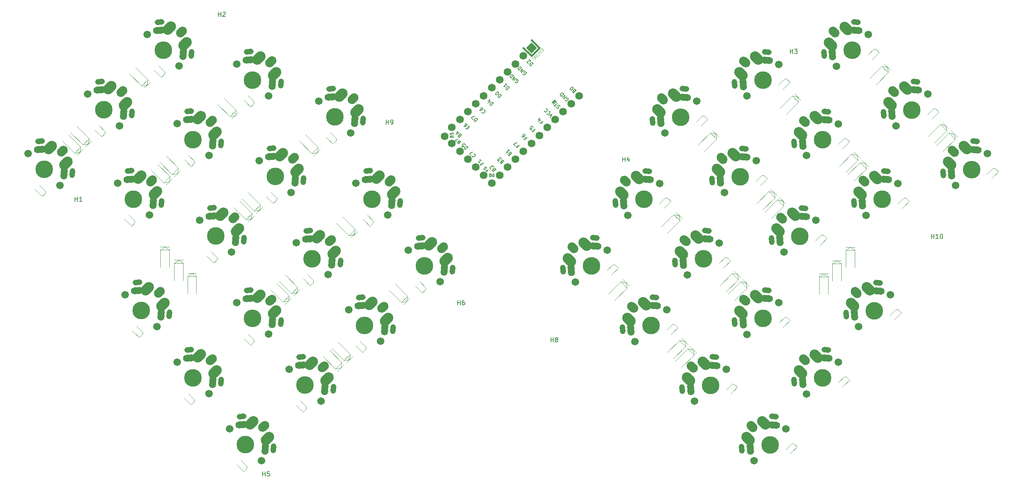
<source format=gbr>
G04 #@! TF.GenerationSoftware,KiCad,Pcbnew,(5.99.0-11349-g4025603a1f)*
G04 #@! TF.CreationDate,2022-06-14T13:32:38-04:00*
G04 #@! TF.ProjectId,eek,65656b2e-6b69-4636-9164-5f7063625858,rev?*
G04 #@! TF.SameCoordinates,Original*
G04 #@! TF.FileFunction,Legend,Top*
G04 #@! TF.FilePolarity,Positive*
%FSLAX46Y46*%
G04 Gerber Fmt 4.6, Leading zero omitted, Abs format (unit mm)*
G04 Created by KiCad (PCBNEW (5.99.0-11349-g4025603a1f)) date 2022-06-14 13:32:38*
%MOMM*%
%LPD*%
G01*
G04 APERTURE LIST*
G04 Aperture macros list*
%AMHorizOval*
0 Thick line with rounded ends*
0 $1 width*
0 $2 $3 position (X,Y) of the first rounded end (center of the circle)*
0 $4 $5 position (X,Y) of the second rounded end (center of the circle)*
0 Add line between two ends*
20,1,$1,$2,$3,$4,$5,0*
0 Add two circle primitives to create the rounded ends*
1,1,$1,$2,$3*
1,1,$1,$4,$5*%
%AMRotRect*
0 Rectangle, with rotation*
0 The origin of the aperture is its center*
0 $1 length*
0 $2 width*
0 $3 Rotation angle, in degrees counterclockwise*
0 Add horizontal line*
21,1,$1,$2,0,0,$3*%
G04 Aperture macros list end*
%ADD10C,0.150000*%
%ADD11C,0.100000*%
%ADD12C,0.120000*%
%ADD13C,0.381000*%
%ADD14HorizOval,2.000000X0.176777X-0.176777X-0.176777X0.176777X0*%
%ADD15HorizOval,1.550000X0.622622X-0.054472X-0.622622X0.054472X0*%
%ADD16HorizOval,2.300000X-0.366635X0.366635X0.366635X-0.366635X0*%
%ADD17HorizOval,1.250000X-0.041399X0.473192X0.041399X-0.473192X0*%
%ADD18HorizOval,1.250000X0.473192X-0.041399X-0.473192X0.041399X0*%
%ADD19HorizOval,1.550000X-0.054472X0.622622X0.054472X-0.622622X0*%
%ADD20C,3.987800*%
%ADD21C,1.701800*%
%ADD22HorizOval,2.000000X-0.176777X-0.176777X0.176777X0.176777X0*%
%ADD23HorizOval,1.550000X-0.054472X-0.622622X0.054472X0.622622X0*%
%ADD24HorizOval,2.300000X-0.366635X-0.366635X0.366635X0.366635X0*%
%ADD25HorizOval,1.250000X-0.041399X-0.473192X0.041399X0.473192X0*%
%ADD26HorizOval,1.550000X0.622622X0.054472X-0.622622X-0.054472X0*%
%ADD27HorizOval,1.250000X0.473192X0.041399X-0.473192X-0.041399X0*%
%ADD28RotRect,1.752600X1.752600X225.000000*%
%ADD29C,1.752600*%
G04 APERTURE END LIST*
D10*
X77038095Y-41052380D02*
X77038095Y-40052380D01*
X77038095Y-40528571D02*
X77609523Y-40528571D01*
X77609523Y-41052380D02*
X77609523Y-40052380D01*
X78038095Y-40147619D02*
X78085714Y-40100000D01*
X78180952Y-40052380D01*
X78419047Y-40052380D01*
X78514285Y-40100000D01*
X78561904Y-40147619D01*
X78609523Y-40242857D01*
X78609523Y-40338095D01*
X78561904Y-40480952D01*
X77990476Y-41052380D01*
X78609523Y-41052380D01*
X206288095Y-49452380D02*
X206288095Y-48452380D01*
X206288095Y-48928571D02*
X206859523Y-48928571D01*
X206859523Y-49452380D02*
X206859523Y-48452380D01*
X207240476Y-48452380D02*
X207859523Y-48452380D01*
X207526190Y-48833333D01*
X207669047Y-48833333D01*
X207764285Y-48880952D01*
X207811904Y-48928571D01*
X207859523Y-49023809D01*
X207859523Y-49261904D01*
X207811904Y-49357142D01*
X207764285Y-49404761D01*
X207669047Y-49452380D01*
X207383333Y-49452380D01*
X207288095Y-49404761D01*
X207240476Y-49357142D01*
X168388095Y-73852380D02*
X168388095Y-72852380D01*
X168388095Y-73328571D02*
X168959523Y-73328571D01*
X168959523Y-73852380D02*
X168959523Y-72852380D01*
X169864285Y-73185714D02*
X169864285Y-73852380D01*
X169626190Y-72804761D02*
X169388095Y-73519047D01*
X170007142Y-73519047D01*
X131138095Y-106252380D02*
X131138095Y-105252380D01*
X131138095Y-105728571D02*
X131709523Y-105728571D01*
X131709523Y-106252380D02*
X131709523Y-105252380D01*
X132614285Y-105252380D02*
X132423809Y-105252380D01*
X132328571Y-105300000D01*
X132280952Y-105347619D01*
X132185714Y-105490476D01*
X132138095Y-105680952D01*
X132138095Y-106061904D01*
X132185714Y-106157142D01*
X132233333Y-106204761D01*
X132328571Y-106252380D01*
X132519047Y-106252380D01*
X132614285Y-106204761D01*
X132661904Y-106157142D01*
X132709523Y-106061904D01*
X132709523Y-105823809D01*
X132661904Y-105728571D01*
X132614285Y-105680952D01*
X132519047Y-105633333D01*
X132328571Y-105633333D01*
X132233333Y-105680952D01*
X132185714Y-105728571D01*
X132138095Y-105823809D01*
X152188095Y-114652380D02*
X152188095Y-113652380D01*
X152188095Y-114128571D02*
X152759523Y-114128571D01*
X152759523Y-114652380D02*
X152759523Y-113652380D01*
X153378571Y-114080952D02*
X153283333Y-114033333D01*
X153235714Y-113985714D01*
X153188095Y-113890476D01*
X153188095Y-113842857D01*
X153235714Y-113747619D01*
X153283333Y-113700000D01*
X153378571Y-113652380D01*
X153569047Y-113652380D01*
X153664285Y-113700000D01*
X153711904Y-113747619D01*
X153759523Y-113842857D01*
X153759523Y-113890476D01*
X153711904Y-113985714D01*
X153664285Y-114033333D01*
X153569047Y-114080952D01*
X153378571Y-114080952D01*
X153283333Y-114128571D01*
X153235714Y-114176190D01*
X153188095Y-114271428D01*
X153188095Y-114461904D01*
X153235714Y-114557142D01*
X153283333Y-114604761D01*
X153378571Y-114652380D01*
X153569047Y-114652380D01*
X153664285Y-114604761D01*
X153711904Y-114557142D01*
X153759523Y-114461904D01*
X153759523Y-114271428D01*
X153711904Y-114176190D01*
X153664285Y-114128571D01*
X153569047Y-114080952D01*
X114938095Y-65452380D02*
X114938095Y-64452380D01*
X114938095Y-64928571D02*
X115509523Y-64928571D01*
X115509523Y-65452380D02*
X115509523Y-64452380D01*
X116033333Y-65452380D02*
X116223809Y-65452380D01*
X116319047Y-65404761D01*
X116366666Y-65357142D01*
X116461904Y-65214285D01*
X116509523Y-65023809D01*
X116509523Y-64642857D01*
X116461904Y-64547619D01*
X116414285Y-64500000D01*
X116319047Y-64452380D01*
X116128571Y-64452380D01*
X116033333Y-64500000D01*
X115985714Y-64547619D01*
X115938095Y-64642857D01*
X115938095Y-64880952D01*
X115985714Y-64976190D01*
X116033333Y-65023809D01*
X116128571Y-65071428D01*
X116319047Y-65071428D01*
X116414285Y-65023809D01*
X116461904Y-64976190D01*
X116509523Y-64880952D01*
X238211904Y-91252380D02*
X238211904Y-90252380D01*
X238211904Y-90728571D02*
X238783333Y-90728571D01*
X238783333Y-91252380D02*
X238783333Y-90252380D01*
X239783333Y-91252380D02*
X239211904Y-91252380D01*
X239497619Y-91252380D02*
X239497619Y-90252380D01*
X239402380Y-90395238D01*
X239307142Y-90490476D01*
X239211904Y-90538095D01*
X240402380Y-90252380D02*
X240497619Y-90252380D01*
X240592857Y-90300000D01*
X240640476Y-90347619D01*
X240688095Y-90442857D01*
X240735714Y-90633333D01*
X240735714Y-90871428D01*
X240688095Y-91061904D01*
X240640476Y-91157142D01*
X240592857Y-91204761D01*
X240497619Y-91252380D01*
X240402380Y-91252380D01*
X240307142Y-91204761D01*
X240259523Y-91157142D01*
X240211904Y-91061904D01*
X240164285Y-90871428D01*
X240164285Y-90633333D01*
X240211904Y-90442857D01*
X240259523Y-90347619D01*
X240307142Y-90300000D01*
X240402380Y-90252380D01*
X44638095Y-82852380D02*
X44638095Y-81852380D01*
X44638095Y-82328571D02*
X45209523Y-82328571D01*
X45209523Y-82852380D02*
X45209523Y-81852380D01*
X46209523Y-82852380D02*
X45638095Y-82852380D01*
X45923809Y-82852380D02*
X45923809Y-81852380D01*
X45828571Y-81995238D01*
X45733333Y-82090476D01*
X45638095Y-82138095D01*
X142795955Y-57064360D02*
X142230269Y-57630045D01*
X142095582Y-57495358D01*
X142041707Y-57387609D01*
X142041707Y-57279859D01*
X142068645Y-57199047D01*
X142149457Y-57064360D01*
X142230269Y-56983548D01*
X142364956Y-56902735D01*
X142445768Y-56875798D01*
X142553518Y-56875798D01*
X142661268Y-56929673D01*
X142795955Y-57064360D01*
X141933958Y-56202363D02*
X142257207Y-56525612D01*
X142095582Y-56363987D02*
X141529897Y-56929673D01*
X141664584Y-56902736D01*
X141772333Y-56902736D01*
X141853145Y-56929673D01*
X154257365Y-61353014D02*
X154203490Y-61245265D01*
X154068803Y-61110578D01*
X153987991Y-61083640D01*
X153934116Y-61083640D01*
X153853304Y-61110578D01*
X153799429Y-61164452D01*
X153772492Y-61245265D01*
X153772492Y-61299139D01*
X153799429Y-61379952D01*
X153880241Y-61514639D01*
X153907179Y-61595451D01*
X153907179Y-61649326D01*
X153880241Y-61730138D01*
X153826367Y-61784013D01*
X153745554Y-61810950D01*
X153691680Y-61810950D01*
X153610867Y-61784013D01*
X153476180Y-61649326D01*
X153422306Y-61541576D01*
X153233744Y-61406889D02*
X152910495Y-61083640D01*
X153637805Y-60679579D02*
X153072119Y-61245265D01*
X134818140Y-72118697D02*
X134872015Y-72118697D01*
X134979764Y-72172572D01*
X135033639Y-72226447D01*
X135087514Y-72334196D01*
X135087514Y-72441946D01*
X135060577Y-72522758D01*
X134979764Y-72657445D01*
X134898952Y-72738257D01*
X134764265Y-72819069D01*
X134683453Y-72846007D01*
X134575703Y-72846007D01*
X134467954Y-72792132D01*
X134414079Y-72738257D01*
X134360204Y-72630508D01*
X134360204Y-72576633D01*
X134117767Y-72441946D02*
X133740644Y-72064822D01*
X134548766Y-71741573D01*
X131363418Y-69421590D02*
X131316278Y-69327309D01*
X131316278Y-69280168D01*
X131339848Y-69209458D01*
X131410559Y-69138747D01*
X131481269Y-69115177D01*
X131528410Y-69115177D01*
X131599120Y-69138747D01*
X131787682Y-69327309D01*
X131292707Y-69822284D01*
X131127716Y-69657292D01*
X131104146Y-69586581D01*
X131104146Y-69539441D01*
X131127716Y-69468730D01*
X131174856Y-69421590D01*
X131245567Y-69398020D01*
X131292707Y-69398020D01*
X131363418Y-69421590D01*
X131528410Y-69586581D01*
X130844873Y-69374449D02*
X130514890Y-69044466D01*
X131221997Y-68761623D01*
X141053845Y-73875386D02*
X140999971Y-73767636D01*
X140999971Y-73713761D01*
X141026908Y-73632949D01*
X141107720Y-73552137D01*
X141188532Y-73525199D01*
X141242407Y-73525199D01*
X141323219Y-73552137D01*
X141538719Y-73767636D01*
X140973033Y-74333321D01*
X140784471Y-74144760D01*
X140757534Y-74063947D01*
X140757534Y-74010073D01*
X140784471Y-73929260D01*
X140838346Y-73875386D01*
X140919158Y-73848448D01*
X140973033Y-73848448D01*
X141053845Y-73875386D01*
X141242407Y-74063947D01*
X140461222Y-73821511D02*
X140111036Y-73471324D01*
X140515097Y-73444387D01*
X140434285Y-73363575D01*
X140407348Y-73282763D01*
X140407348Y-73228888D01*
X140434285Y-73148076D01*
X140568972Y-73013389D01*
X140649784Y-72986451D01*
X140703659Y-72986451D01*
X140784471Y-73013389D01*
X140946096Y-73175013D01*
X140973033Y-73255825D01*
X140973033Y-73309700D01*
X133399213Y-70592020D02*
X132833527Y-71157705D01*
X132698840Y-71023018D01*
X132644965Y-70915269D01*
X132644965Y-70807519D01*
X132671903Y-70726707D01*
X132752715Y-70592020D01*
X132833527Y-70511208D01*
X132968214Y-70430396D01*
X133049026Y-70403458D01*
X133156776Y-70403458D01*
X133264526Y-70457333D01*
X133399213Y-70592020D01*
X131998468Y-70322646D02*
X132267842Y-70592020D01*
X132564153Y-70349583D01*
X132510278Y-70349583D01*
X132429466Y-70322646D01*
X132294779Y-70187959D01*
X132267842Y-70107147D01*
X132267842Y-70053272D01*
X132294779Y-69972460D01*
X132429466Y-69837773D01*
X132510278Y-69810835D01*
X132564153Y-69810835D01*
X132644965Y-69837773D01*
X132779652Y-69972460D01*
X132806590Y-70053272D01*
X132806590Y-70107147D01*
X139257794Y-75671438D02*
X139203920Y-75563688D01*
X139203920Y-75509813D01*
X139230857Y-75429001D01*
X139311669Y-75348189D01*
X139392481Y-75321251D01*
X139446356Y-75321251D01*
X139527168Y-75348189D01*
X139742668Y-75563688D01*
X139176982Y-76129373D01*
X138988420Y-75940812D01*
X138961483Y-75859999D01*
X138961483Y-75806125D01*
X138988420Y-75725312D01*
X139042295Y-75671438D01*
X139123107Y-75644500D01*
X139176982Y-75644500D01*
X139257794Y-75671438D01*
X139446356Y-75859999D01*
X138692109Y-75536751D02*
X138638234Y-75536751D01*
X138557422Y-75509813D01*
X138422735Y-75375126D01*
X138395797Y-75294314D01*
X138395797Y-75240439D01*
X138422735Y-75159627D01*
X138476610Y-75105752D01*
X138584359Y-75051877D01*
X139230857Y-75051877D01*
X138880671Y-74701691D01*
X157388561Y-57869375D02*
X157334687Y-57761625D01*
X157334687Y-57707750D01*
X157361624Y-57626938D01*
X157442436Y-57546126D01*
X157523248Y-57519188D01*
X157577123Y-57519188D01*
X157657935Y-57546126D01*
X157873435Y-57761625D01*
X157307749Y-58327310D01*
X157119187Y-58138749D01*
X157092250Y-58057936D01*
X157092250Y-58004062D01*
X157119187Y-57923249D01*
X157173062Y-57869375D01*
X157253874Y-57842437D01*
X157307749Y-57842437D01*
X157388561Y-57869375D01*
X157577123Y-58057936D01*
X156634314Y-57653875D02*
X156580439Y-57600001D01*
X156553502Y-57519188D01*
X156553502Y-57465313D01*
X156580439Y-57384501D01*
X156661251Y-57249814D01*
X156795938Y-57115127D01*
X156930625Y-57034315D01*
X157011438Y-57007378D01*
X157065312Y-57007378D01*
X157146125Y-57034315D01*
X157200000Y-57088190D01*
X157226937Y-57169002D01*
X157226937Y-57222877D01*
X157200000Y-57303689D01*
X157119187Y-57438376D01*
X156984500Y-57573063D01*
X156849813Y-57653875D01*
X156769001Y-57680813D01*
X156715126Y-57680813D01*
X156634314Y-57653875D01*
X144605541Y-70242877D02*
X144794103Y-70431439D01*
X145090414Y-70135128D02*
X144524729Y-70700813D01*
X144255355Y-70431439D01*
X144093731Y-70269815D02*
X143716607Y-69892691D01*
X144524729Y-69569442D01*
X131534773Y-67948417D02*
X131480899Y-67840667D01*
X131480899Y-67786792D01*
X131507836Y-67705980D01*
X131588648Y-67625168D01*
X131669460Y-67598230D01*
X131723335Y-67598230D01*
X131804147Y-67625168D01*
X132019647Y-67840667D01*
X131453961Y-68406352D01*
X131265399Y-68217791D01*
X131238462Y-68136978D01*
X131238462Y-68083104D01*
X131265399Y-68002291D01*
X131319274Y-67948417D01*
X131400086Y-67921479D01*
X131453961Y-67921479D01*
X131534773Y-67948417D01*
X131723335Y-68136978D01*
X130834401Y-67409668D02*
X131211524Y-67032545D01*
X130753589Y-67759855D02*
X131292337Y-67490481D01*
X130942150Y-67140294D01*
X148197644Y-66650775D02*
X148386206Y-66839337D01*
X148682517Y-66543026D02*
X148116832Y-67108711D01*
X147847458Y-66839337D01*
X147362585Y-66354464D02*
X147631959Y-66623838D01*
X147928270Y-66381401D01*
X147874395Y-66381401D01*
X147793583Y-66354464D01*
X147658896Y-66219777D01*
X147631959Y-66138965D01*
X147631959Y-66085090D01*
X147658896Y-66004278D01*
X147793583Y-65869591D01*
X147874395Y-65842653D01*
X147928270Y-65842653D01*
X148009082Y-65869591D01*
X148143769Y-66004278D01*
X148170707Y-66085090D01*
X148170707Y-66138965D01*
X135611750Y-64248565D02*
X135046064Y-64814250D01*
X134911377Y-64679563D01*
X134857502Y-64571814D01*
X134857502Y-64464064D01*
X134884440Y-64383252D01*
X134965252Y-64248565D01*
X135046064Y-64167753D01*
X135180751Y-64086940D01*
X135261563Y-64060003D01*
X135369313Y-64060003D01*
X135477063Y-64113878D01*
X135611750Y-64248565D01*
X134534253Y-64302440D02*
X134157130Y-63925316D01*
X134965252Y-63602067D01*
X144066726Y-55820526D02*
X144093664Y-55901338D01*
X144174476Y-55982150D01*
X144282225Y-56036025D01*
X144389975Y-56036025D01*
X144470787Y-56009087D01*
X144605474Y-55928275D01*
X144686286Y-55847463D01*
X144767099Y-55712776D01*
X144794036Y-55631964D01*
X144794036Y-55524214D01*
X144740161Y-55416465D01*
X144686286Y-55362590D01*
X144578537Y-55308715D01*
X144524662Y-55308715D01*
X144336100Y-55497277D01*
X144443850Y-55605026D01*
X144336100Y-55012404D02*
X143770415Y-55578089D01*
X144012851Y-54689155D01*
X143447166Y-55254840D01*
X143743477Y-54419781D02*
X143177792Y-54985466D01*
X143043105Y-54850779D01*
X142989230Y-54743030D01*
X142989230Y-54635280D01*
X143016168Y-54554468D01*
X143096980Y-54419781D01*
X143177792Y-54338969D01*
X143312479Y-54258156D01*
X143393291Y-54231219D01*
X143501041Y-54231219D01*
X143608790Y-54285094D01*
X143743477Y-54419781D01*
X142849896Y-72079335D02*
X142796022Y-71971585D01*
X142796022Y-71917710D01*
X142822959Y-71836898D01*
X142903771Y-71756086D01*
X142984583Y-71729148D01*
X143038458Y-71729148D01*
X143119270Y-71756086D01*
X143334770Y-71971585D01*
X142769084Y-72537270D01*
X142580522Y-72348709D01*
X142553585Y-72267896D01*
X142553585Y-72214022D01*
X142580522Y-72133209D01*
X142634397Y-72079335D01*
X142715209Y-72052397D01*
X142769084Y-72052397D01*
X142849896Y-72079335D01*
X143038458Y-72267896D01*
X142472773Y-71109588D02*
X142796022Y-71432837D01*
X142634397Y-71271212D02*
X142068712Y-71836898D01*
X142203399Y-71809961D01*
X142311148Y-71809961D01*
X142391960Y-71836898D01*
X149993695Y-64854723D02*
X150182257Y-65043285D01*
X150478568Y-64746974D02*
X149912883Y-65312659D01*
X149643509Y-65043285D01*
X149374135Y-64396788D02*
X149751259Y-64019664D01*
X149293323Y-64746974D02*
X149832071Y-64477600D01*
X149481885Y-64127414D01*
X155381849Y-59951444D02*
X155408787Y-60032256D01*
X155489599Y-60113068D01*
X155597348Y-60166943D01*
X155705098Y-60166943D01*
X155785910Y-60140005D01*
X155920597Y-60059193D01*
X156001409Y-59978381D01*
X156082222Y-59843694D01*
X156109159Y-59762882D01*
X156109159Y-59655132D01*
X156055284Y-59547383D01*
X156001409Y-59493508D01*
X155893660Y-59439633D01*
X155839785Y-59439633D01*
X155651223Y-59628195D01*
X155758973Y-59735944D01*
X155651223Y-59143322D02*
X155085538Y-59709007D01*
X155327974Y-58820073D01*
X154762289Y-59385758D01*
X155058600Y-58550699D02*
X154492915Y-59116384D01*
X154358228Y-58981697D01*
X154304353Y-58873948D01*
X154304353Y-58766198D01*
X154331291Y-58685386D01*
X154412103Y-58550699D01*
X154492915Y-58469887D01*
X154627602Y-58389074D01*
X154708414Y-58362137D01*
X154816164Y-58362137D01*
X154923913Y-58416012D01*
X155058600Y-58550699D01*
X129734213Y-68196429D02*
X129767546Y-68096429D01*
X129800879Y-68063096D01*
X129867546Y-68029762D01*
X129967546Y-68029762D01*
X130034213Y-68063096D01*
X130067546Y-68096429D01*
X130100879Y-68163096D01*
X130100879Y-68429762D01*
X129400879Y-68429762D01*
X129400879Y-68196429D01*
X129434213Y-68129762D01*
X129467546Y-68096429D01*
X129534213Y-68063096D01*
X129600879Y-68063096D01*
X129667546Y-68096429D01*
X129700879Y-68129762D01*
X129734213Y-68196429D01*
X129734213Y-68429762D01*
X129400879Y-67396429D02*
X129400879Y-67729762D01*
X129734213Y-67763096D01*
X129700879Y-67729762D01*
X129667546Y-67663096D01*
X129667546Y-67496429D01*
X129700879Y-67429762D01*
X129734213Y-67396429D01*
X129800879Y-67363096D01*
X129967546Y-67363096D01*
X130034213Y-67396429D01*
X130067546Y-67429762D01*
X130100879Y-67496429D01*
X130100879Y-67663096D01*
X130067546Y-67729762D01*
X130034213Y-67763096D01*
D11*
X147905989Y-50529340D02*
X148148426Y-50286903D01*
X148451471Y-50832386D02*
X148027207Y-50408122D01*
X148249441Y-50185888D02*
X148956548Y-50327309D01*
X148532284Y-49903045D02*
X148673705Y-50610152D01*
X148774720Y-49660609D02*
X148815126Y-49620203D01*
X148875735Y-49600000D01*
X148916142Y-49599999D01*
X148976751Y-49620203D01*
X149077766Y-49680812D01*
X149178781Y-49781827D01*
X149239390Y-49882842D01*
X149259593Y-49943451D01*
X149259593Y-49983857D01*
X149239390Y-50044467D01*
X149198984Y-50084873D01*
X149138375Y-50105076D01*
X149097969Y-50105076D01*
X149037360Y-50084873D01*
X148936345Y-50024264D01*
X148835329Y-49923248D01*
X148774720Y-49822233D01*
X148754517Y-49761624D01*
X148754517Y-49721218D01*
X148774720Y-49660609D01*
X149380812Y-49014111D02*
X149562639Y-49923248D01*
X149966700Y-49317157D02*
X149542436Y-48892893D01*
X149643451Y-48791877D01*
X149724264Y-48751471D01*
X149805076Y-48751471D01*
X149865685Y-48771674D01*
X149966700Y-48832284D01*
X150027309Y-48892893D01*
X150087918Y-48993908D01*
X150108122Y-49054517D01*
X150108122Y-49135329D01*
X150067715Y-49216142D01*
X149966700Y-49317157D01*
X149926294Y-48509035D02*
X150188934Y-48246395D01*
X150209137Y-48549441D01*
X150269746Y-48488832D01*
X150330355Y-48468629D01*
X150370761Y-48468629D01*
X150431370Y-48488832D01*
X150532386Y-48589847D01*
X150552589Y-48650456D01*
X150552589Y-48690862D01*
X150532386Y-48751471D01*
X150411167Y-48872690D01*
X150350558Y-48892893D01*
X150310152Y-48892893D01*
D10*
X146401593Y-68446826D02*
X146590155Y-68635388D01*
X146886466Y-68339077D02*
X146320781Y-68904762D01*
X146051407Y-68635388D01*
X145593471Y-68177452D02*
X145701221Y-68285202D01*
X145782033Y-68312139D01*
X145835908Y-68312139D01*
X145970595Y-68285202D01*
X146105282Y-68204390D01*
X146320781Y-67988891D01*
X146347718Y-67908078D01*
X146347718Y-67854204D01*
X146320781Y-67773391D01*
X146213031Y-67665642D01*
X146132219Y-67638704D01*
X146078344Y-67638704D01*
X145997532Y-67665642D01*
X145862845Y-67800329D01*
X145835908Y-67881141D01*
X145835908Y-67935016D01*
X145862845Y-68015828D01*
X145970595Y-68123578D01*
X146051407Y-68150515D01*
X146105282Y-68150515D01*
X146186094Y-68123578D01*
X137692024Y-75750195D02*
X137857015Y-75915187D01*
X138116288Y-75655915D02*
X137621313Y-76150889D01*
X137385611Y-75915187D01*
X137102768Y-75632344D02*
X137055628Y-75585204D01*
X137032057Y-75514493D01*
X137032057Y-75467353D01*
X137055628Y-75396642D01*
X137126338Y-75278791D01*
X137244189Y-75160940D01*
X137362041Y-75090229D01*
X137432751Y-75066659D01*
X137479892Y-75066659D01*
X137550602Y-75090229D01*
X137597743Y-75137370D01*
X137621313Y-75208080D01*
X137621313Y-75255221D01*
X137597743Y-75325931D01*
X137527032Y-75443782D01*
X137409181Y-75561634D01*
X137291330Y-75632344D01*
X137220619Y-75655915D01*
X137173479Y-75655915D01*
X137102768Y-75632344D01*
X133492450Y-66313990D02*
X133303888Y-66125428D01*
X133519387Y-65748304D02*
X133788761Y-66017679D01*
X133223076Y-66583364D01*
X132953702Y-66313990D01*
X132468828Y-65829117D02*
X132576578Y-65936866D01*
X132657390Y-65963804D01*
X132711265Y-65963804D01*
X132845952Y-65936866D01*
X132980639Y-65856054D01*
X133196138Y-65640555D01*
X133223076Y-65559743D01*
X133223076Y-65505868D01*
X133196138Y-65425056D01*
X133088389Y-65317306D01*
X133007576Y-65290369D01*
X132953702Y-65290369D01*
X132872889Y-65317306D01*
X132738202Y-65451993D01*
X132711265Y-65532805D01*
X132711265Y-65586680D01*
X132738202Y-65667492D01*
X132845952Y-65775242D01*
X132926764Y-65802179D01*
X132980639Y-65802179D01*
X133061451Y-65775242D01*
X136466035Y-74251465D02*
X136654597Y-74440027D01*
X136950908Y-74143716D02*
X136385223Y-74709401D01*
X136115849Y-74440027D01*
X136169724Y-73362531D02*
X136492973Y-73685780D01*
X136331348Y-73524156D02*
X135765663Y-74089841D01*
X135900350Y-74062904D01*
X136008099Y-74062904D01*
X136088912Y-74089841D01*
X148184108Y-51676206D02*
X147618422Y-52241891D01*
X147483735Y-52107204D01*
X147429860Y-51999455D01*
X147429860Y-51891705D01*
X147456798Y-51810893D01*
X147537610Y-51676206D01*
X147618422Y-51595394D01*
X147753109Y-51514581D01*
X147833921Y-51487644D01*
X147941671Y-51487644D01*
X148049421Y-51541519D01*
X148184108Y-51676206D01*
X147133549Y-51649269D02*
X147079674Y-51649269D01*
X146998862Y-51622331D01*
X146864175Y-51487644D01*
X146837237Y-51406832D01*
X146837237Y-51352957D01*
X146864175Y-51272145D01*
X146918050Y-51218270D01*
X147025799Y-51164395D01*
X147672297Y-51164395D01*
X147322111Y-50814209D01*
X145862777Y-54024475D02*
X145889715Y-54105287D01*
X145970527Y-54186099D01*
X146078276Y-54239974D01*
X146186026Y-54239974D01*
X146266838Y-54213036D01*
X146401525Y-54132224D01*
X146482337Y-54051412D01*
X146563150Y-53916725D01*
X146590087Y-53835913D01*
X146590087Y-53728163D01*
X146536212Y-53620414D01*
X146482337Y-53566539D01*
X146374588Y-53512664D01*
X146320713Y-53512664D01*
X146132151Y-53701226D01*
X146239901Y-53808975D01*
X146132151Y-53216353D02*
X145566466Y-53782038D01*
X145808902Y-52893104D01*
X145243217Y-53458789D01*
X145539528Y-52623730D02*
X144973843Y-53189415D01*
X144839156Y-53054728D01*
X144785281Y-52946979D01*
X144785281Y-52839229D01*
X144812219Y-52758417D01*
X144893031Y-52623730D01*
X144973843Y-52542918D01*
X145108530Y-52462105D01*
X145189342Y-52435168D01*
X145297092Y-52435168D01*
X145404841Y-52489043D01*
X145539528Y-52623730D01*
X140999903Y-58860411D02*
X140434217Y-59426096D01*
X140299530Y-59291409D01*
X140245655Y-59183660D01*
X140245655Y-59075910D01*
X140272593Y-58995098D01*
X140353405Y-58860411D01*
X140434217Y-58779599D01*
X140568904Y-58698786D01*
X140649716Y-58671849D01*
X140757466Y-58671849D01*
X140865216Y-58725724D01*
X140999903Y-58860411D01*
X139760782Y-58752661D02*
X139706907Y-58698787D01*
X139679970Y-58617974D01*
X139679970Y-58564099D01*
X139706907Y-58483287D01*
X139787719Y-58348600D01*
X139922406Y-58213913D01*
X140057093Y-58133101D01*
X140137906Y-58106164D01*
X140191780Y-58106164D01*
X140272593Y-58133101D01*
X140326468Y-58186976D01*
X140353405Y-58267788D01*
X140353405Y-58321663D01*
X140326468Y-58402475D01*
X140245655Y-58537162D01*
X140110968Y-58671849D01*
X139976281Y-58752661D01*
X139895469Y-58779599D01*
X139841594Y-58779599D01*
X139760782Y-58752661D01*
X139203852Y-60656462D02*
X138638166Y-61222147D01*
X138503479Y-61087460D01*
X138449604Y-60979711D01*
X138449604Y-60871961D01*
X138476542Y-60791149D01*
X138557354Y-60656462D01*
X138638166Y-60575650D01*
X138772853Y-60494837D01*
X138853665Y-60467900D01*
X138961415Y-60467900D01*
X139069165Y-60521775D01*
X139203852Y-60656462D01*
X138018606Y-60225463D02*
X138395729Y-59848340D01*
X137937794Y-60575650D02*
X138476542Y-60306276D01*
X138126355Y-59956089D01*
X138551846Y-76914063D02*
X138651846Y-76947396D01*
X138685180Y-76980729D01*
X138718513Y-77047396D01*
X138718513Y-77147396D01*
X138685180Y-77214063D01*
X138651846Y-77247396D01*
X138585180Y-77280729D01*
X138318513Y-77280729D01*
X138318513Y-76580729D01*
X138551846Y-76580729D01*
X138618513Y-76614063D01*
X138651846Y-76647396D01*
X138685180Y-76714063D01*
X138685180Y-76780729D01*
X138651846Y-76847396D01*
X138618513Y-76880729D01*
X138551846Y-76914063D01*
X138318513Y-76914063D01*
X139318513Y-76580729D02*
X139185180Y-76580729D01*
X139118513Y-76614063D01*
X139085180Y-76647396D01*
X139018513Y-76747396D01*
X138985180Y-76880729D01*
X138985180Y-77147396D01*
X139018513Y-77214063D01*
X139051846Y-77247396D01*
X139118513Y-77280729D01*
X139251846Y-77280729D01*
X139318513Y-77247396D01*
X139351846Y-77214063D01*
X139385180Y-77147396D01*
X139385180Y-76980729D01*
X139351846Y-76914063D01*
X139318513Y-76880729D01*
X139251846Y-76847396D01*
X139118513Y-76847396D01*
X139051846Y-76880729D01*
X139018513Y-76914063D01*
X138985180Y-76980729D01*
X152086058Y-63893732D02*
X152463181Y-63139485D01*
X151708934Y-63516608D01*
X151708934Y-62492987D02*
X151762809Y-62492987D01*
X151870558Y-62546862D01*
X151924433Y-62600737D01*
X151978308Y-62708486D01*
X151978308Y-62816236D01*
X151951371Y-62897048D01*
X151870558Y-63031735D01*
X151789746Y-63112547D01*
X151655059Y-63193359D01*
X151574247Y-63220297D01*
X151466497Y-63220297D01*
X151358748Y-63166422D01*
X151304873Y-63112547D01*
X151250998Y-63004798D01*
X151250998Y-62950923D01*
X151143249Y-61927302D02*
X151197123Y-61927302D01*
X151304873Y-61981176D01*
X151358748Y-62035051D01*
X151412623Y-62142801D01*
X151412623Y-62250550D01*
X151385685Y-62331363D01*
X151304873Y-62466050D01*
X151224061Y-62546862D01*
X151089374Y-62627674D01*
X151008562Y-62654611D01*
X150900812Y-62654611D01*
X150793062Y-62600737D01*
X150739188Y-62546862D01*
X150685313Y-62439112D01*
X150685313Y-62385237D01*
X137030677Y-62183140D02*
X137084552Y-62183140D01*
X137192301Y-62237015D01*
X137246176Y-62290890D01*
X137300051Y-62398639D01*
X137300051Y-62506389D01*
X137273114Y-62587201D01*
X137192301Y-62721888D01*
X137111489Y-62802700D01*
X136976802Y-62883512D01*
X136895990Y-62910450D01*
X136788240Y-62910450D01*
X136680491Y-62856575D01*
X136626616Y-62802700D01*
X136572741Y-62694951D01*
X136572741Y-62641076D01*
X136033993Y-62210077D02*
X136141743Y-62317827D01*
X136222555Y-62344764D01*
X136276430Y-62344764D01*
X136411117Y-62317827D01*
X136545804Y-62237015D01*
X136761303Y-62021515D01*
X136788240Y-61940703D01*
X136788240Y-61886828D01*
X136761303Y-61806016D01*
X136653553Y-61698267D01*
X136572741Y-61671329D01*
X136518866Y-61671329D01*
X136438054Y-61698267D01*
X136303367Y-61832954D01*
X136276430Y-61913766D01*
X136276430Y-61967641D01*
X136303367Y-62048453D01*
X136411117Y-62156202D01*
X136491929Y-62183140D01*
X136545804Y-62183140D01*
X136626616Y-62156202D01*
X87038095Y-144952380D02*
X87038095Y-143952380D01*
X87038095Y-144428571D02*
X87609523Y-144428571D01*
X87609523Y-144952380D02*
X87609523Y-143952380D01*
X88561904Y-143952380D02*
X88085714Y-143952380D01*
X88038095Y-144428571D01*
X88085714Y-144380952D01*
X88180952Y-144333333D01*
X88419047Y-144333333D01*
X88514285Y-144380952D01*
X88561904Y-144428571D01*
X88609523Y-144523809D01*
X88609523Y-144761904D01*
X88561904Y-144857142D01*
X88514285Y-144904761D01*
X88419047Y-144952380D01*
X88180952Y-144952380D01*
X88085714Y-144904761D01*
X88038095Y-144857142D01*
D12*
X169176770Y-101216693D02*
X167967617Y-101011632D01*
X169381831Y-102425846D02*
X169176770Y-101216693D01*
X169381831Y-102425846D02*
X166624115Y-105183562D01*
X169883877Y-101923800D02*
X168469663Y-100509586D01*
X167967617Y-101011632D02*
X165209901Y-103769348D01*
X167967617Y-101011632D02*
X169381831Y-102425846D01*
X181331935Y-87223050D02*
X181126874Y-86013897D01*
X181833981Y-86721004D02*
X180419767Y-85306790D01*
X181331935Y-87223050D02*
X178574219Y-89980766D01*
X181126874Y-86013897D02*
X179917721Y-85808836D01*
X179917721Y-85808836D02*
X181331935Y-87223050D01*
X179917721Y-85808836D02*
X177160005Y-88566552D01*
X189605085Y-68767563D02*
X189400024Y-67558410D01*
X188190871Y-67353349D02*
X185433155Y-70111065D01*
X190107131Y-68265517D02*
X188692917Y-66851303D01*
X188190871Y-67353349D02*
X189605085Y-68767563D01*
X189605085Y-68767563D02*
X186847369Y-71525279D01*
X189400024Y-67558410D02*
X188190871Y-67353349D01*
X206717068Y-59009489D02*
X203959352Y-61767205D01*
X208131282Y-60423703D02*
X207926221Y-59214550D01*
X208131282Y-60423703D02*
X205373566Y-63181419D01*
X206717068Y-59009489D02*
X208131282Y-60423703D01*
X208633328Y-59921657D02*
X207219114Y-58507443D01*
X207926221Y-59214550D02*
X206717068Y-59009489D01*
X228927292Y-53204142D02*
X227513078Y-51789928D01*
X228220185Y-52497035D02*
X227011032Y-52291974D01*
X227011032Y-52291974D02*
X228425246Y-53706188D01*
X227011032Y-52291974D02*
X224253316Y-55049690D01*
X228425246Y-53706188D02*
X228220185Y-52497035D01*
X228425246Y-53706188D02*
X225667530Y-56463904D01*
X181233883Y-114266903D02*
X178476167Y-117024619D01*
X182648097Y-115681117D02*
X179890381Y-118438833D01*
X181233883Y-114266903D02*
X182648097Y-115681117D01*
X183150143Y-115179071D02*
X181735929Y-113764857D01*
X182648097Y-115681117D02*
X182443036Y-114471964D01*
X182443036Y-114471964D02*
X181233883Y-114266903D01*
X193133883Y-99136903D02*
X194548097Y-100551117D01*
X194343036Y-99341964D02*
X193133883Y-99136903D01*
X194548097Y-100551117D02*
X191790381Y-103308833D01*
X195050143Y-100049071D02*
X193635929Y-98634857D01*
X194548097Y-100551117D02*
X194343036Y-99341964D01*
X193133883Y-99136903D02*
X190376167Y-101894619D01*
X202633036Y-80801964D02*
X201423883Y-80596903D01*
X201423883Y-80596903D02*
X198666167Y-83354619D01*
X202838097Y-82011117D02*
X202633036Y-80801964D01*
X201423883Y-80596903D02*
X202838097Y-82011117D01*
X202838097Y-82011117D02*
X200080381Y-84768833D01*
X203340143Y-81509071D02*
X201925929Y-80094857D01*
X221363036Y-72351964D02*
X220153883Y-72146903D01*
X221568097Y-73561117D02*
X221363036Y-72351964D01*
X221568097Y-73561117D02*
X218810381Y-76318833D01*
X220153883Y-72146903D02*
X221568097Y-73561117D01*
X222070143Y-73059071D02*
X220655929Y-71644857D01*
X220153883Y-72146903D02*
X217396167Y-74904619D01*
X241379762Y-65685238D02*
X240170609Y-65480177D01*
X240170609Y-65480177D02*
X237412893Y-68237893D01*
X241584823Y-66894391D02*
X238827107Y-69652107D01*
X242086869Y-66392345D02*
X240672655Y-64978131D01*
X241584823Y-66894391D02*
X241379762Y-65685238D01*
X240170609Y-65480177D02*
X241584823Y-66894391D01*
X183123883Y-116176903D02*
X180366167Y-118934619D01*
X184538097Y-117591117D02*
X181780381Y-120348833D01*
X185040143Y-117089071D02*
X183625929Y-115674857D01*
X184333036Y-116381964D02*
X183123883Y-116176903D01*
X183123883Y-116176903D02*
X184538097Y-117591117D01*
X184538097Y-117591117D02*
X184333036Y-116381964D01*
X195043883Y-101026903D02*
X192286167Y-103784619D01*
X196253036Y-101231964D02*
X195043883Y-101026903D01*
X196458097Y-102441117D02*
X193700381Y-105198833D01*
X196458097Y-102441117D02*
X196253036Y-101231964D01*
X195043883Y-101026903D02*
X196458097Y-102441117D01*
X196960143Y-101939071D02*
X195545929Y-100524857D01*
X204758097Y-83901117D02*
X202000381Y-86658833D01*
X203343883Y-82486903D02*
X200586167Y-85244619D01*
X204758097Y-83901117D02*
X204553036Y-82691964D01*
X204553036Y-82691964D02*
X203343883Y-82486903D01*
X205260143Y-83399071D02*
X203845929Y-81984857D01*
X203343883Y-82486903D02*
X204758097Y-83901117D01*
X222073883Y-74066903D02*
X223488097Y-75481117D01*
X223283036Y-74271964D02*
X222073883Y-74066903D01*
X223990143Y-74979071D02*
X222575929Y-73564857D01*
X222073883Y-74066903D02*
X219316167Y-76824619D01*
X223488097Y-75481117D02*
X220730381Y-78238833D01*
X223488097Y-75481117D02*
X223283036Y-74271964D01*
X213840000Y-99195000D02*
X212840000Y-99905000D01*
X214840000Y-99905000D02*
X213840000Y-99195000D01*
X212840000Y-99905000D02*
X212840000Y-103805000D01*
X214840000Y-99905000D02*
X214840000Y-103805000D01*
X214840000Y-99195000D02*
X212840000Y-99195000D01*
X212840000Y-99905000D02*
X214840000Y-99905000D01*
X216840000Y-96235000D02*
X215840000Y-96945000D01*
X215840000Y-96945000D02*
X215840000Y-100845000D01*
X217840000Y-96235000D02*
X215840000Y-96235000D01*
X215840000Y-96945000D02*
X217840000Y-96945000D01*
X217840000Y-96945000D02*
X217840000Y-100845000D01*
X217840000Y-96945000D02*
X216840000Y-96235000D01*
X219870000Y-93185000D02*
X218870000Y-93895000D01*
X220870000Y-93185000D02*
X218870000Y-93185000D01*
X218870000Y-93895000D02*
X218870000Y-97795000D01*
X220870000Y-93895000D02*
X220870000Y-97795000D01*
X218870000Y-93895000D02*
X220870000Y-93895000D01*
X220870000Y-93895000D02*
X219870000Y-93185000D01*
X218479083Y-122475152D02*
X217135580Y-123818655D01*
X218549794Y-124384340D02*
X218125530Y-124808604D01*
X218549794Y-124384340D02*
X219681164Y-123252969D01*
X219681164Y-123252969D02*
X218974058Y-122545863D01*
X218974058Y-122545863D02*
X218479083Y-122475152D01*
X206695857Y-139471169D02*
X206271593Y-139895433D01*
X206695857Y-139471169D02*
X207827227Y-138339798D01*
X206625146Y-137561981D02*
X205281643Y-138905484D01*
X207827227Y-138339798D02*
X207120121Y-137632692D01*
X207120121Y-137632692D02*
X206625146Y-137561981D01*
X179755088Y-112530401D02*
X179330824Y-112954665D01*
X179684377Y-110621213D02*
X178340874Y-111964716D01*
X179755088Y-112530401D02*
X180886458Y-111399030D01*
X180179352Y-110691924D02*
X179684377Y-110621213D01*
X180886458Y-111399030D02*
X180179352Y-110691924D01*
X238755370Y-63767611D02*
X238331106Y-64191875D01*
X238755370Y-63767611D02*
X239886740Y-62636240D01*
X239179634Y-61929134D02*
X238684659Y-61858423D01*
X239886740Y-62636240D02*
X239179634Y-61929134D01*
X238684659Y-61858423D02*
X237341156Y-63201926D01*
X205008698Y-55123230D02*
X203665195Y-56466733D01*
X205503673Y-55193941D02*
X205008698Y-55123230D01*
X205079409Y-57032418D02*
X204655145Y-57456682D01*
X206210779Y-55901047D02*
X205503673Y-55193941D01*
X205079409Y-57032418D02*
X206210779Y-55901047D01*
X232020179Y-83973186D02*
X233151549Y-82841815D01*
X232444443Y-82134709D02*
X231949468Y-82063998D01*
X233151549Y-82841815D02*
X232444443Y-82134709D01*
X232020179Y-83973186D02*
X231595915Y-84397450D01*
X231949468Y-82063998D02*
X230605965Y-83407501D01*
X225214275Y-48388039D02*
X223870772Y-49731542D01*
X225284986Y-50297227D02*
X224860722Y-50721491D01*
X225284986Y-50297227D02*
X226416356Y-49165856D01*
X226416356Y-49165856D02*
X225709250Y-48458750D01*
X225709250Y-48458750D02*
X225214275Y-48388039D01*
X213431049Y-92324824D02*
X213006785Y-92749088D01*
X213855313Y-90486347D02*
X213360338Y-90415636D01*
X214562419Y-91193453D02*
X213855313Y-90486347D01*
X213360338Y-90415636D02*
X212016835Y-91759139D01*
X213431049Y-92324824D02*
X214562419Y-91193453D01*
X194356841Y-124869414D02*
X193649735Y-124162308D01*
X193154760Y-124091597D02*
X191811257Y-125435100D01*
X193649735Y-124162308D02*
X193154760Y-124091597D01*
X193225471Y-126000785D02*
X194356841Y-124869414D01*
X193225471Y-126000785D02*
X192801207Y-126425049D01*
X205079410Y-110913955D02*
X204655146Y-111338219D01*
X206210780Y-109782584D02*
X205503674Y-109075478D01*
X205008699Y-109004767D02*
X203665196Y-110348270D01*
X205079410Y-110913955D02*
X206210780Y-109782584D01*
X205503674Y-109075478D02*
X205008699Y-109004767D01*
X218549795Y-70502802D02*
X219681165Y-69371431D01*
X218479084Y-68593614D02*
X217135581Y-69937117D01*
X219681165Y-69371431D02*
X218974059Y-68664325D01*
X218974059Y-68664325D02*
X218479084Y-68593614D01*
X218549795Y-70502802D02*
X218125531Y-70927066D01*
X191609025Y-97443570D02*
X192740395Y-96312199D01*
X192033289Y-95605093D02*
X191538314Y-95534382D01*
X192740395Y-96312199D02*
X192033289Y-95605093D01*
X191609025Y-97443570D02*
X191184761Y-97867834D01*
X191538314Y-95534382D02*
X190194811Y-96877885D01*
X252650018Y-75399517D02*
X252155043Y-75328806D01*
X252225754Y-77237994D02*
X251801490Y-77662258D01*
X252155043Y-75328806D02*
X250811540Y-76672309D01*
X253357124Y-76106623D02*
X252650018Y-75399517D01*
X252225754Y-77237994D02*
X253357124Y-76106623D01*
X199960663Y-78854440D02*
X201092033Y-77723069D01*
X199889952Y-76945252D02*
X198546449Y-78288755D01*
X201092033Y-77723069D02*
X200384927Y-77015963D01*
X199960663Y-78854440D02*
X199536399Y-79278704D01*
X200384927Y-77015963D02*
X199889952Y-76945252D01*
X178562905Y-82134709D02*
X178067930Y-82063998D01*
X178138641Y-83973186D02*
X179270011Y-82841815D01*
X178067930Y-82063998D02*
X176724427Y-83407501D01*
X178138641Y-83973186D02*
X177714377Y-84397450D01*
X179270011Y-82841815D02*
X178562905Y-82134709D01*
X230693292Y-107324328D02*
X230198317Y-107253617D01*
X231400398Y-108031434D02*
X230693292Y-107324328D01*
X230198317Y-107253617D02*
X228854814Y-108597120D01*
X230269028Y-109162805D02*
X231400398Y-108031434D01*
X230269028Y-109162805D02*
X229844764Y-109587069D01*
X166213993Y-97150829D02*
X164870490Y-98494332D01*
X166284704Y-99060017D02*
X167416074Y-97928646D01*
X166708968Y-97221540D02*
X166213993Y-97150829D01*
X167416074Y-97928646D02*
X166708968Y-97221540D01*
X166284704Y-99060017D02*
X165860440Y-99484281D01*
X186419568Y-63474868D02*
X185076065Y-64818371D01*
X186490279Y-65384056D02*
X186066015Y-65808320D01*
X186914543Y-63545579D02*
X186419568Y-63474868D01*
X186490279Y-65384056D02*
X187621649Y-64252685D01*
X187621649Y-64252685D02*
X186914543Y-63545579D01*
X47593036Y-69838036D02*
X47798097Y-68628883D01*
X47798097Y-68628883D02*
X45040381Y-65871167D01*
X47798097Y-68628883D02*
X46383883Y-70043097D01*
X46383883Y-70043097D02*
X47593036Y-69838036D01*
X46885929Y-70545143D02*
X48300143Y-69130929D01*
X46383883Y-70043097D02*
X43626167Y-67285381D01*
X66567157Y-76756371D02*
X67776310Y-76551310D01*
X67776310Y-76551310D02*
X67981371Y-75342157D01*
X67981371Y-75342157D02*
X66567157Y-76756371D01*
X66567157Y-76756371D02*
X63809441Y-73998655D01*
X67069203Y-77258417D02*
X68483417Y-75844203D01*
X67981371Y-75342157D02*
X65223655Y-72584441D01*
X94938097Y-102278883D02*
X92180381Y-99521167D01*
X93523883Y-103693097D02*
X90766167Y-100935381D01*
X94025929Y-104195143D02*
X95440143Y-102780929D01*
X93523883Y-103693097D02*
X94733036Y-103488036D01*
X94733036Y-103488036D02*
X94938097Y-102278883D01*
X94938097Y-102278883D02*
X93523883Y-103693097D01*
X67056128Y-96819861D02*
X67056128Y-100719861D01*
X67056128Y-96819861D02*
X69056128Y-96819861D01*
X69056128Y-96819861D02*
X69056128Y-100719861D01*
X69056128Y-96819861D02*
X68056128Y-96109861D01*
X69056128Y-96109861D02*
X67056128Y-96109861D01*
X68056128Y-96109861D02*
X67056128Y-96819861D01*
X64663883Y-78653097D02*
X61906167Y-75895381D01*
X64663883Y-78653097D02*
X65873036Y-78448036D01*
X66078097Y-77238883D02*
X63320381Y-74481167D01*
X65165929Y-79155143D02*
X66580143Y-77740929D01*
X66078097Y-77238883D02*
X64663883Y-78653097D01*
X65873036Y-78448036D02*
X66078097Y-77238883D01*
X65950000Y-93115000D02*
X63950000Y-93115000D01*
X65950000Y-93825000D02*
X64950000Y-93115000D01*
X65950000Y-93825000D02*
X65950000Y-97725000D01*
X64950000Y-93115000D02*
X63950000Y-93825000D01*
X63950000Y-93825000D02*
X63950000Y-97725000D01*
X63950000Y-93825000D02*
X65950000Y-93825000D01*
X45901371Y-70532157D02*
X44487157Y-71946371D01*
X44487157Y-71946371D02*
X45696310Y-71741310D01*
X45696310Y-71741310D02*
X45901371Y-70532157D01*
X45901371Y-70532157D02*
X43143655Y-67774441D01*
X44989203Y-72448417D02*
X46403417Y-71034203D01*
X44487157Y-71946371D02*
X41729441Y-69188655D01*
X84637783Y-85568883D02*
X81880067Y-82811167D01*
X84637783Y-85568883D02*
X83223569Y-86983097D01*
X84432722Y-86778036D02*
X84637783Y-85568883D01*
X83223569Y-86983097D02*
X80465853Y-84225381D01*
X83725615Y-87485143D02*
X85139829Y-86070929D01*
X83223569Y-86983097D02*
X84432722Y-86778036D01*
X86518097Y-83628883D02*
X85103883Y-85043097D01*
X86518097Y-83628883D02*
X83760381Y-80871167D01*
X85605929Y-85545143D02*
X87020143Y-84130929D01*
X85103883Y-85043097D02*
X82346167Y-82285381D01*
X86313036Y-84838036D02*
X86518097Y-83628883D01*
X85103883Y-85043097D02*
X86313036Y-84838036D01*
X93028097Y-104178883D02*
X90270381Y-101421167D01*
X93028097Y-104178883D02*
X91613883Y-105593097D01*
X92823036Y-105388036D02*
X93028097Y-104178883D01*
X92115929Y-106095143D02*
X93530143Y-104680929D01*
X91613883Y-105593097D02*
X92823036Y-105388036D01*
X91613883Y-105593097D02*
X88856167Y-102835381D01*
X98645568Y-72525072D02*
X100059782Y-71110858D01*
X99557736Y-70608812D02*
X98143522Y-72023026D01*
X99352675Y-71817965D02*
X99557736Y-70608812D01*
X99557736Y-70608812D02*
X96800020Y-67851096D01*
X98143522Y-72023026D02*
X99352675Y-71817965D01*
X98143522Y-72023026D02*
X95385806Y-69265310D01*
X60886065Y-56544459D02*
X61091126Y-55335306D01*
X60178958Y-57251566D02*
X61593172Y-55837352D01*
X59676912Y-56749520D02*
X60886065Y-56544459D01*
X59676912Y-56749520D02*
X56919196Y-53991804D01*
X61091126Y-55335306D02*
X58333410Y-52577590D01*
X61091126Y-55335306D02*
X59676912Y-56749520D01*
X107696534Y-90344163D02*
X107901595Y-89135010D01*
X107901595Y-89135010D02*
X106487381Y-90549224D01*
X106989427Y-91051270D02*
X108403641Y-89637056D01*
X106487381Y-90549224D02*
X103729665Y-87791508D01*
X106487381Y-90549224D02*
X107696534Y-90344163D01*
X107901595Y-89135010D02*
X105143879Y-86377294D01*
X81031538Y-62264952D02*
X79617324Y-63679166D01*
X79617324Y-63679166D02*
X76859608Y-60921450D01*
X79617324Y-63679166D02*
X80826477Y-63474105D01*
X80119370Y-64181212D02*
X81533584Y-62766998D01*
X81031538Y-62264952D02*
X78273822Y-59507236D01*
X80826477Y-63474105D02*
X81031538Y-62264952D01*
X118868821Y-106183355D02*
X120283035Y-104769141D01*
X119780989Y-104267095D02*
X118366775Y-105681309D01*
X119575928Y-105476248D02*
X119780989Y-104267095D01*
X118366775Y-105681309D02*
X115609059Y-102923593D01*
X119780989Y-104267095D02*
X117023273Y-101509379D01*
X118366775Y-105681309D02*
X119575928Y-105476248D01*
X103985929Y-121205143D02*
X105400143Y-119790929D01*
X104693036Y-120498036D02*
X104898097Y-119288883D01*
X104898097Y-119288883D02*
X103483883Y-120703097D01*
X103483883Y-120703097D02*
X104693036Y-120498036D01*
X104898097Y-119288883D02*
X102140381Y-116531167D01*
X103483883Y-120703097D02*
X100726167Y-117945381D01*
X71080000Y-99125000D02*
X70080000Y-99835000D01*
X70080000Y-99835000D02*
X70080000Y-103735000D01*
X72080000Y-99125000D02*
X70080000Y-99125000D01*
X70080000Y-99835000D02*
X72080000Y-99835000D01*
X72080000Y-99835000D02*
X71080000Y-99125000D01*
X72080000Y-99835000D02*
X72080000Y-103735000D01*
X106828097Y-117408883D02*
X104070381Y-114651167D01*
X106828097Y-117408883D02*
X105413883Y-118823097D01*
X106623036Y-118618036D02*
X106828097Y-117408883D01*
X105413883Y-118823097D02*
X102656167Y-116065381D01*
X105413883Y-118823097D02*
X106623036Y-118618036D01*
X105915929Y-119325143D02*
X107330143Y-117910929D01*
X242123883Y-67406903D02*
X243538097Y-68821117D01*
X243333036Y-67611964D02*
X242123883Y-67406903D01*
X243538097Y-68821117D02*
X243333036Y-67611964D01*
X244040143Y-68319071D02*
X242625929Y-66904857D01*
X243538097Y-68821117D02*
X240780381Y-71578833D01*
X242123883Y-67406903D02*
X239366167Y-70164619D01*
X83407417Y-143242823D02*
X83478128Y-142747848D01*
X81568940Y-142818559D02*
X82700311Y-143949929D01*
X82700311Y-143949929D02*
X83407417Y-143242823D01*
X83478128Y-142747848D02*
X82134625Y-141404345D01*
X81568940Y-142818559D02*
X81144676Y-142394295D01*
X96877801Y-129772437D02*
X96948512Y-129277462D01*
X96948512Y-129277462D02*
X95605009Y-127933959D01*
X95039324Y-129348173D02*
X96170695Y-130479543D01*
X95039324Y-129348173D02*
X94615060Y-128923909D01*
X96170695Y-130479543D02*
X96877801Y-129772437D01*
X49509425Y-67114998D02*
X49085161Y-66690734D01*
X49509425Y-67114998D02*
X50640796Y-68246368D01*
X51418613Y-67044287D02*
X50075110Y-65700784D01*
X51347902Y-67539262D02*
X51418613Y-67044287D01*
X50640796Y-68246368D02*
X51347902Y-67539262D01*
X85023863Y-114685607D02*
X85094574Y-114190632D01*
X85094574Y-114190632D02*
X83751071Y-112847129D01*
X83185386Y-114261343D02*
X84316757Y-115392713D01*
X84316757Y-115392713D02*
X85023863Y-114685607D01*
X83185386Y-114261343D02*
X82761122Y-113837079D01*
X36039040Y-80585383D02*
X35614776Y-80161119D01*
X37170411Y-81716753D02*
X37877517Y-81009647D01*
X37948228Y-80514672D02*
X36604725Y-79171169D01*
X36039040Y-80585383D02*
X37170411Y-81716753D01*
X37877517Y-81009647D02*
X37948228Y-80514672D01*
X88304131Y-82201829D02*
X89435502Y-83333199D01*
X89435502Y-83333199D02*
X90142608Y-82626093D01*
X90142608Y-82626093D02*
X90213319Y-82131118D01*
X90213319Y-82131118D02*
X88869816Y-80787615D01*
X88304131Y-82201829D02*
X87879867Y-81777565D01*
X69715002Y-127731727D02*
X69290738Y-127307463D01*
X71624190Y-127661016D02*
X70280687Y-126317513D01*
X69715002Y-127731727D02*
X70846373Y-128863097D01*
X71553479Y-128155991D02*
X71624190Y-127661016D01*
X70846373Y-128863097D02*
X71553479Y-128155991D01*
X75965119Y-96803583D02*
X76672225Y-96096477D01*
X76672225Y-96096477D02*
X76742936Y-95601502D01*
X74833748Y-95672213D02*
X75965119Y-96803583D01*
X76742936Y-95601502D02*
X75399433Y-94257999D01*
X74833748Y-95672213D02*
X74409484Y-95247949D01*
X70846373Y-74981562D02*
X71553479Y-74274456D01*
X69715002Y-73850192D02*
X69290738Y-73425928D01*
X71624190Y-73779481D02*
X70280687Y-72435978D01*
X69715002Y-73850192D02*
X70846373Y-74981562D01*
X71553479Y-74274456D02*
X71624190Y-73779481D01*
X98494246Y-101215223D02*
X98564957Y-100720248D01*
X97787140Y-101922329D02*
X98494246Y-101215223D01*
X96655769Y-100790959D02*
X96231505Y-100366695D01*
X96655769Y-100790959D02*
X97787140Y-101922329D01*
X98564957Y-100720248D02*
X97221454Y-99376745D01*
X56244618Y-87320575D02*
X55820354Y-86896311D01*
X58083095Y-87744839D02*
X58153806Y-87249864D01*
X58153806Y-87249864D02*
X56810303Y-85906361D01*
X56244618Y-87320575D02*
X57375989Y-88451945D01*
X57375989Y-88451945D02*
X58083095Y-87744839D01*
X109641078Y-117009160D02*
X110348184Y-116302054D01*
X110348184Y-116302054D02*
X110418895Y-115807079D01*
X108509707Y-115877790D02*
X108085443Y-115453526D01*
X108509707Y-115877790D02*
X109641078Y-117009160D01*
X110418895Y-115807079D02*
X109075392Y-114463576D01*
X64111180Y-54775984D02*
X64818286Y-54068878D01*
X64888997Y-53573903D02*
X63545494Y-52230400D01*
X64818286Y-54068878D02*
X64888997Y-53573903D01*
X62979809Y-53644614D02*
X64111180Y-54775984D01*
X62979809Y-53644614D02*
X62555545Y-53220350D01*
X84316757Y-61511176D02*
X85023863Y-60804070D01*
X85094574Y-60309095D02*
X83751071Y-58965592D01*
X83185386Y-60379806D02*
X82761122Y-59955542D01*
X85023863Y-60804070D02*
X85094574Y-60309095D01*
X83185386Y-60379806D02*
X84316757Y-61511176D01*
X110126153Y-87320575D02*
X111257524Y-88451945D01*
X111257524Y-88451945D02*
X111964630Y-87744839D01*
X112035341Y-87249864D02*
X110691838Y-85906361D01*
X111964630Y-87744839D02*
X112035341Y-87249864D01*
X110126153Y-87320575D02*
X109701889Y-86896311D01*
X59834244Y-112934457D02*
X59904955Y-112439482D01*
X59904955Y-112439482D02*
X58561452Y-111095979D01*
X59127138Y-113641563D02*
X59834244Y-112934457D01*
X57995767Y-112510193D02*
X59127138Y-113641563D01*
X57995767Y-112510193D02*
X57571503Y-112085929D01*
X121980093Y-102407405D02*
X123111464Y-103538775D01*
X123818570Y-102831669D02*
X123889281Y-102336694D01*
X121980093Y-102407405D02*
X121555829Y-101983141D01*
X123889281Y-102336694D02*
X122545778Y-100993191D01*
X123111464Y-103538775D02*
X123818570Y-102831669D01*
X101774515Y-68731445D02*
X102905886Y-69862815D01*
X102905886Y-69862815D02*
X103612992Y-69155709D01*
X103683703Y-68660734D02*
X102340200Y-67317231D01*
X103612992Y-69155709D02*
X103683703Y-68660734D01*
X101774515Y-68731445D02*
X101350251Y-68307181D01*
D13*
X147780081Y-49987939D02*
X145984030Y-48191888D01*
X149576132Y-48191888D02*
X147780081Y-46395836D01*
X149576132Y-48191888D02*
X147780081Y-49987939D01*
D10*
X153396070Y-60326496D02*
X153325360Y-60397207D01*
X153325360Y-60397207D02*
X152971806Y-60043653D01*
X152971806Y-60043653D02*
X153042517Y-59972943D01*
X153042517Y-59972943D02*
X153396070Y-60326496D01*
G36*
X153396070Y-60326496D02*
G01*
X153325360Y-60397207D01*
X152971806Y-60043653D01*
X153042517Y-59972943D01*
X153396070Y-60326496D01*
G37*
X153396070Y-60326496D02*
X153325360Y-60397207D01*
X152971806Y-60043653D01*
X153042517Y-59972943D01*
X153396070Y-60326496D01*
X153113227Y-60043653D02*
X152547542Y-60609339D01*
X152547542Y-60609339D02*
X152476831Y-60538628D01*
X152476831Y-60538628D02*
X153042517Y-59972943D01*
X153042517Y-59972943D02*
X153113227Y-60043653D01*
G36*
X153113227Y-60043653D02*
G01*
X152547542Y-60609339D01*
X152476831Y-60538628D01*
X153042517Y-59972943D01*
X153113227Y-60043653D01*
G37*
X153113227Y-60043653D02*
X152547542Y-60609339D01*
X152476831Y-60538628D01*
X153042517Y-59972943D01*
X153113227Y-60043653D01*
X153396070Y-60326496D02*
X153183938Y-60538628D01*
X153183938Y-60538628D02*
X153113227Y-60467918D01*
X153113227Y-60467918D02*
X153325360Y-60255785D01*
X153325360Y-60255785D02*
X153396070Y-60326496D01*
G36*
X153396070Y-60326496D02*
G01*
X153183938Y-60538628D01*
X153113227Y-60467918D01*
X153325360Y-60255785D01*
X153396070Y-60326496D01*
G37*
X153396070Y-60326496D02*
X153183938Y-60538628D01*
X153113227Y-60467918D01*
X153325360Y-60255785D01*
X153396070Y-60326496D01*
X152971806Y-60467918D02*
X152901095Y-60538628D01*
X152901095Y-60538628D02*
X152830385Y-60467918D01*
X152830385Y-60467918D02*
X152901095Y-60397207D01*
X152901095Y-60397207D02*
X152971806Y-60467918D01*
G36*
X152971806Y-60467918D02*
G01*
X152901095Y-60538628D01*
X152830385Y-60467918D01*
X152901095Y-60397207D01*
X152971806Y-60467918D01*
G37*
X152971806Y-60467918D02*
X152901095Y-60538628D01*
X152830385Y-60467918D01*
X152901095Y-60397207D01*
X152971806Y-60467918D01*
X152971806Y-60750760D02*
X152830385Y-60892182D01*
X152830385Y-60892182D02*
X152759674Y-60821471D01*
X152759674Y-60821471D02*
X152901095Y-60680050D01*
X152901095Y-60680050D02*
X152971806Y-60750760D01*
G36*
X152971806Y-60750760D02*
G01*
X152830385Y-60892182D01*
X152759674Y-60821471D01*
X152901095Y-60680050D01*
X152971806Y-60750760D01*
G37*
X152971806Y-60750760D02*
X152830385Y-60892182D01*
X152759674Y-60821471D01*
X152901095Y-60680050D01*
X152971806Y-60750760D01*
D14*
X209413974Y-118628491D03*
X209520040Y-118734557D03*
D15*
X214469787Y-118310293D03*
D16*
X212185833Y-117836531D03*
D17*
X207207801Y-123648949D03*
D18*
X214420290Y-116436460D03*
D19*
X209081634Y-123698447D03*
D16*
X208622014Y-121400350D03*
D20*
X213585904Y-122800421D03*
D21*
X209993802Y-126392523D03*
X217178006Y-119208319D03*
D15*
X202615850Y-133397122D03*
D14*
X197560037Y-133715320D03*
D16*
X200331896Y-132923360D03*
D14*
X197666103Y-133821386D03*
D17*
X195353864Y-138735778D03*
D16*
X196768077Y-136487179D03*
D19*
X197227697Y-138785276D03*
D18*
X202566353Y-131523289D03*
D21*
X205324069Y-134295148D03*
X198139865Y-141479352D03*
D20*
X201731967Y-137887250D03*
D14*
X170619268Y-106774552D03*
D16*
X173391127Y-105982592D03*
D14*
X170725334Y-106880618D03*
D15*
X175675081Y-106456354D03*
D19*
X170286928Y-111844508D03*
D18*
X175625584Y-104582521D03*
D16*
X169827308Y-109546411D03*
D17*
X168413095Y-111795010D03*
D20*
X174791198Y-110946482D03*
D21*
X171199096Y-114538584D03*
X178383300Y-107354380D03*
D14*
X229619550Y-58011762D03*
X229725616Y-58117828D03*
D15*
X234675363Y-57693564D03*
D16*
X232391409Y-57219802D03*
D17*
X227413377Y-63032220D03*
D16*
X228827590Y-60783621D03*
D19*
X229287210Y-63081718D03*
D18*
X234625866Y-55819731D03*
D20*
X233791480Y-62183692D03*
D21*
X230199378Y-65775794D03*
X237383582Y-58591590D03*
D14*
X196049655Y-51382635D03*
D15*
X200999402Y-50958371D03*
D14*
X195943589Y-51276569D03*
D16*
X198715448Y-50484609D03*
X195151629Y-54048428D03*
D19*
X195611249Y-56346525D03*
D17*
X193737416Y-56297027D03*
D18*
X200949905Y-49084538D03*
D21*
X203707621Y-51856397D03*
D20*
X200115519Y-55448499D03*
D21*
X196523417Y-59040601D03*
D14*
X222990425Y-78323403D03*
D15*
X227940172Y-77899139D03*
D16*
X225656218Y-77425377D03*
D14*
X222884359Y-78217337D03*
D16*
X222092399Y-80989196D03*
D17*
X220678186Y-83237795D03*
D19*
X222552019Y-83287293D03*
D18*
X227890675Y-76025306D03*
D21*
X230648391Y-78797165D03*
X223464187Y-85981369D03*
D20*
X227056289Y-82389267D03*
D15*
X221204979Y-44223180D03*
D16*
X218921025Y-43749418D03*
D14*
X216255232Y-44647444D03*
X216149166Y-44541378D03*
D16*
X215357206Y-47313237D03*
D19*
X215816826Y-49611334D03*
D18*
X221155482Y-42349347D03*
D17*
X213942993Y-49561836D03*
D21*
X216728994Y-52305410D03*
D20*
X220321096Y-48713308D03*
D21*
X223913198Y-45121206D03*
D15*
X209351042Y-86250777D03*
D14*
X204401295Y-86675041D03*
X204295229Y-86568975D03*
D16*
X207067088Y-85777015D03*
X203503269Y-89340834D03*
D19*
X203962889Y-91638931D03*
D18*
X209301545Y-84376944D03*
D17*
X202089056Y-91589433D03*
D21*
X204875057Y-94333007D03*
D20*
X208467159Y-90740905D03*
D21*
X212059261Y-87148803D03*
D14*
X184089651Y-120244936D03*
D16*
X186861510Y-119452976D03*
D14*
X184195717Y-120351002D03*
D15*
X189145464Y-119926738D03*
D17*
X181883478Y-125265394D03*
D19*
X183757311Y-125314892D03*
D18*
X189095967Y-118052905D03*
D16*
X183297691Y-123016795D03*
D21*
X191853683Y-120824764D03*
D20*
X188261581Y-124416866D03*
D21*
X184669479Y-128008968D03*
D16*
X198715449Y-104366146D03*
D14*
X196049656Y-105264172D03*
D15*
X200999403Y-104839908D03*
D14*
X195943590Y-105158106D03*
D19*
X195611250Y-110228062D03*
D16*
X195151630Y-107929965D03*
D17*
X193737417Y-110178564D03*
D18*
X200949906Y-102966075D03*
D20*
X200115520Y-109330036D03*
D21*
X203707622Y-105737934D03*
X196523418Y-112922138D03*
D15*
X214469788Y-64428755D03*
D14*
X209520041Y-64853019D03*
D16*
X212185834Y-63954993D03*
D14*
X209413975Y-64746953D03*
D18*
X214420291Y-62554922D03*
D19*
X209081635Y-69816909D03*
D17*
X207207802Y-69767411D03*
D16*
X208622015Y-67518812D03*
D20*
X213585905Y-68918883D03*
D21*
X217178007Y-65326781D03*
X209993803Y-72510985D03*
D16*
X185245064Y-90895761D03*
D14*
X182473205Y-91687721D03*
D15*
X187529018Y-91369523D03*
D14*
X182579271Y-91793787D03*
D18*
X187479521Y-89495690D03*
D17*
X180267032Y-96708179D03*
D16*
X181681245Y-94459580D03*
D19*
X182140865Y-96757677D03*
D20*
X186645135Y-95859651D03*
D21*
X183053033Y-99451753D03*
X190237237Y-92267549D03*
D15*
X248145747Y-71163947D03*
D14*
X243196000Y-71588211D03*
D16*
X245861793Y-70690185D03*
D14*
X243089934Y-71482145D03*
D17*
X240883761Y-76502603D03*
D19*
X242757594Y-76552101D03*
D18*
X248096250Y-69290114D03*
D16*
X242297974Y-74254004D03*
D21*
X243669762Y-79246177D03*
D20*
X247261864Y-75654075D03*
D21*
X250853966Y-72061973D03*
D15*
X195880656Y-72780393D03*
D16*
X193596702Y-72306631D03*
D14*
X190930909Y-73204657D03*
X190824843Y-73098591D03*
D17*
X188618670Y-78119049D03*
D16*
X190032883Y-75870450D03*
D19*
X190492503Y-78168547D03*
D18*
X195831159Y-70906560D03*
D20*
X194996773Y-77270521D03*
D21*
X191404671Y-80862623D03*
X198588875Y-73678419D03*
D14*
X169108887Y-78323403D03*
X169002821Y-78217337D03*
D15*
X174058634Y-77899139D03*
D16*
X171774680Y-77425377D03*
X168210861Y-80989196D03*
D18*
X174009137Y-76025306D03*
D19*
X168670481Y-83287293D03*
D17*
X166796648Y-83237795D03*
D21*
X169582649Y-85981369D03*
D20*
X173174751Y-82389267D03*
D21*
X176766853Y-78797165D03*
D16*
X223905067Y-102614996D03*
D15*
X226189021Y-103088758D03*
D14*
X221239274Y-103513022D03*
X221133208Y-103406956D03*
D19*
X220800868Y-108476912D03*
D18*
X226139524Y-101214925D03*
D16*
X220341248Y-106178815D03*
D17*
X218927035Y-108427414D03*
D21*
X228897240Y-103986784D03*
D20*
X225305138Y-107578886D03*
D21*
X221713036Y-111170988D03*
D14*
X157148884Y-93304168D03*
D15*
X162204697Y-92985970D03*
D14*
X157254950Y-93410234D03*
D16*
X159920743Y-92512208D03*
X156356924Y-96076027D03*
D19*
X156816544Y-98374124D03*
D17*
X154942711Y-98324626D03*
D18*
X162155200Y-91112137D03*
D21*
X157728712Y-101068200D03*
D20*
X161320814Y-97476098D03*
D21*
X164912916Y-93883996D03*
D15*
X182410272Y-59310009D03*
D16*
X180126318Y-58836247D03*
D14*
X177460525Y-59734273D03*
X177354459Y-59628207D03*
D16*
X176562499Y-62400066D03*
D19*
X177022119Y-64698163D03*
D18*
X182360775Y-57436176D03*
D17*
X175148286Y-64648665D03*
D20*
X181526389Y-63800137D03*
D21*
X177934287Y-67392239D03*
X185118491Y-60208035D03*
D22*
X87324789Y-133682739D03*
D23*
X87642987Y-138738552D03*
D22*
X87218723Y-133788805D03*
D24*
X88116749Y-136454598D03*
D25*
X89516820Y-138689055D03*
D26*
X82254833Y-133350399D03*
D24*
X84552930Y-132890779D03*
D27*
X82304331Y-131476566D03*
D21*
X79560757Y-134262567D03*
X86744961Y-141446771D03*
D20*
X83152859Y-137854669D03*
D23*
X101113371Y-125268166D03*
D24*
X101587133Y-122984212D03*
D22*
X100689107Y-120318419D03*
X100795173Y-120212353D03*
D26*
X95725217Y-119880013D03*
D24*
X98023314Y-119420393D03*
D25*
X102987204Y-125218669D03*
D27*
X95774715Y-118006180D03*
D20*
X96623243Y-124384283D03*
D21*
X93031141Y-120792181D03*
X100215345Y-127976385D03*
D23*
X55583472Y-63034991D03*
D22*
X55265274Y-57979178D03*
X55159208Y-58085244D03*
D24*
X56057234Y-60751037D03*
D27*
X50244816Y-55773005D03*
D26*
X50195318Y-57646838D03*
D25*
X57457305Y-62985494D03*
D24*
X52493415Y-57187218D03*
D21*
X47501242Y-58559006D03*
D20*
X51093344Y-62151108D03*
D21*
X54685446Y-65743210D03*
D22*
X88835169Y-105231589D03*
X88941235Y-105125523D03*
D24*
X89733195Y-107897382D03*
D23*
X89259433Y-110181336D03*
D26*
X83871279Y-104793183D03*
D24*
X86169376Y-104333563D03*
D25*
X91133266Y-110131839D03*
D27*
X83920777Y-102919350D03*
D21*
X81177203Y-105705351D03*
X88361407Y-112889555D03*
D20*
X84769305Y-109297453D03*
D22*
X41794889Y-71449563D03*
X41688823Y-71555629D03*
D23*
X42113087Y-76505376D03*
D24*
X42586849Y-74221422D03*
D26*
X36724933Y-71117223D03*
D24*
X39023030Y-70657603D03*
D25*
X43986920Y-76455879D03*
D27*
X36774431Y-69243390D03*
D21*
X41215061Y-79213595D03*
D20*
X37622959Y-75621493D03*
D21*
X34030857Y-72029391D03*
D22*
X94059980Y-73066009D03*
D23*
X94378178Y-78121822D03*
D22*
X93953914Y-73172075D03*
D24*
X94851940Y-75837868D03*
D26*
X88990024Y-72733669D03*
D25*
X96252011Y-78072325D03*
D27*
X89039522Y-70859836D03*
D24*
X91288121Y-72274049D03*
D20*
X89888050Y-77237939D03*
D21*
X86295948Y-73645837D03*
X93480152Y-80830041D03*
D22*
X75364785Y-118701973D03*
X75470851Y-118595907D03*
D23*
X75789049Y-123651720D03*
D24*
X76262811Y-121367766D03*
D26*
X70400895Y-118263567D03*
D25*
X77662882Y-123602223D03*
D27*
X70450393Y-116389734D03*
D24*
X72698992Y-117803947D03*
D20*
X71298921Y-122767837D03*
D21*
X67706819Y-119175735D03*
X74891023Y-126359939D03*
D24*
X81381557Y-89308252D03*
D23*
X80907795Y-91592206D03*
D22*
X80589597Y-86536393D03*
X80483531Y-86642459D03*
D24*
X77817738Y-85744433D03*
D27*
X75569139Y-84330220D03*
D26*
X75519641Y-86204053D03*
D25*
X82781628Y-91542709D03*
D21*
X80009769Y-94300425D03*
D20*
X76417667Y-90708323D03*
D21*
X72825565Y-87116221D03*
D22*
X75470851Y-64714372D03*
D24*
X76262811Y-67486231D03*
D23*
X75789049Y-69770185D03*
D22*
X75364785Y-64820438D03*
D26*
X70400895Y-64382032D03*
D27*
X70450393Y-62508199D03*
D25*
X77662882Y-69720688D03*
D24*
X72698992Y-63922412D03*
D20*
X71298921Y-68886302D03*
D21*
X67706819Y-65294200D03*
X74891023Y-72478404D03*
D22*
X102411618Y-91655139D03*
D24*
X103203578Y-94426998D03*
D22*
X102305552Y-91761205D03*
D23*
X102729816Y-96710952D03*
D26*
X97341662Y-91322799D03*
D25*
X104603649Y-96661455D03*
D24*
X99639759Y-90863179D03*
D27*
X97391160Y-89448966D03*
D20*
X98239688Y-95827069D03*
D21*
X94647586Y-92234967D03*
X101831790Y-99419171D03*
D23*
X62318665Y-83240568D03*
D22*
X61894401Y-78290821D03*
D24*
X62792427Y-80956614D03*
D22*
X62000467Y-78184755D03*
D24*
X59228608Y-77392795D03*
D26*
X56930511Y-77852415D03*
D25*
X64192498Y-83191071D03*
D27*
X56980009Y-75978582D03*
D21*
X54236435Y-78764583D03*
X61420639Y-85948787D03*
D20*
X57828537Y-82356685D03*
D22*
X114265556Y-106741970D03*
X114159490Y-106848036D03*
D24*
X115057516Y-109513829D03*
D23*
X114583754Y-111797783D03*
D24*
X111493697Y-105950010D03*
D26*
X109195600Y-106409630D03*
D25*
X116457587Y-111748286D03*
D27*
X109245098Y-104535797D03*
D20*
X110093626Y-110913900D03*
D21*
X106501524Y-107321798D03*
X113685728Y-114506002D03*
D22*
X68629592Y-44614860D03*
D24*
X69527618Y-47280653D03*
D23*
X69053856Y-49564607D03*
D22*
X68735658Y-44508794D03*
D24*
X65963799Y-43716834D03*
D27*
X63715200Y-42302621D03*
D26*
X63665702Y-44176454D03*
D25*
X70927689Y-49515110D03*
D21*
X68155830Y-52272826D03*
X60971626Y-45088622D03*
D20*
X64563728Y-48680724D03*
D22*
X88941235Y-51243986D03*
X88835169Y-51350052D03*
D23*
X89259433Y-56299799D03*
D24*
X89733195Y-54015845D03*
D26*
X83871279Y-50911646D03*
D27*
X83920777Y-49037813D03*
D24*
X86169376Y-50452026D03*
D25*
X91133266Y-56250302D03*
D20*
X84769305Y-55415916D03*
D21*
X88361407Y-59008018D03*
X81177203Y-51823814D03*
D24*
X116673962Y-80956614D03*
D23*
X116200200Y-83240568D03*
D22*
X115775936Y-78290821D03*
X115882002Y-78184755D03*
D27*
X110861544Y-75978582D03*
D24*
X113110143Y-77392795D03*
D26*
X110812046Y-77852415D03*
D25*
X118074033Y-83191071D03*
D20*
X111710072Y-82356685D03*
D21*
X115302174Y-85948787D03*
X108117970Y-78764583D03*
D22*
X63751616Y-103374373D03*
D24*
X64543576Y-106146232D03*
D22*
X63645550Y-103480439D03*
D23*
X64069814Y-108430186D03*
D27*
X58731158Y-101168200D03*
D26*
X58681660Y-103042033D03*
D24*
X60979757Y-102582413D03*
D25*
X65943647Y-108380689D03*
D20*
X59579686Y-107546303D03*
D21*
X55987584Y-103954201D03*
X63171788Y-111138405D03*
D24*
X128527902Y-96043444D03*
D22*
X127735942Y-93271585D03*
X127629876Y-93377651D03*
D23*
X128054140Y-98327398D03*
D26*
X122665986Y-92939245D03*
D27*
X122715484Y-91065412D03*
D24*
X124964083Y-92479625D03*
D25*
X129927973Y-98277901D03*
D21*
X127156114Y-101035617D03*
X119971910Y-93851413D03*
D20*
X123564012Y-97443515D03*
D23*
X107848562Y-64651438D03*
D24*
X108322324Y-62367484D03*
D22*
X107530364Y-59595625D03*
X107424298Y-59701691D03*
D24*
X104758505Y-58803665D03*
D27*
X102509906Y-57389452D03*
D26*
X102460408Y-59263285D03*
D25*
X109722395Y-64601941D03*
D20*
X103358434Y-63767555D03*
D21*
X99766332Y-60175453D03*
X106950536Y-67359657D03*
D28*
X147780081Y-48191888D03*
D29*
X145984030Y-49987939D03*
X144187979Y-51783990D03*
X142391927Y-53580041D03*
X140595876Y-55376092D03*
X138799825Y-57172144D03*
X137003774Y-58968195D03*
X135207722Y-60764246D03*
X133411671Y-62560297D03*
X131615620Y-64356349D03*
X129819569Y-66152400D03*
X128185162Y-68110096D03*
X138799825Y-78724758D03*
X140595876Y-76928707D03*
X142391927Y-75132656D03*
X144187979Y-73336605D03*
X145984030Y-71540554D03*
X147780081Y-69744502D03*
X149576132Y-67948451D03*
X151372184Y-66152400D03*
X153168235Y-64356349D03*
X154964286Y-62560297D03*
X156760337Y-60764246D03*
X158556388Y-58968195D03*
X129819569Y-69744502D03*
X131615620Y-71540554D03*
X133411671Y-73336605D03*
X135207722Y-75132656D03*
X137003774Y-76928707D03*
M02*

</source>
